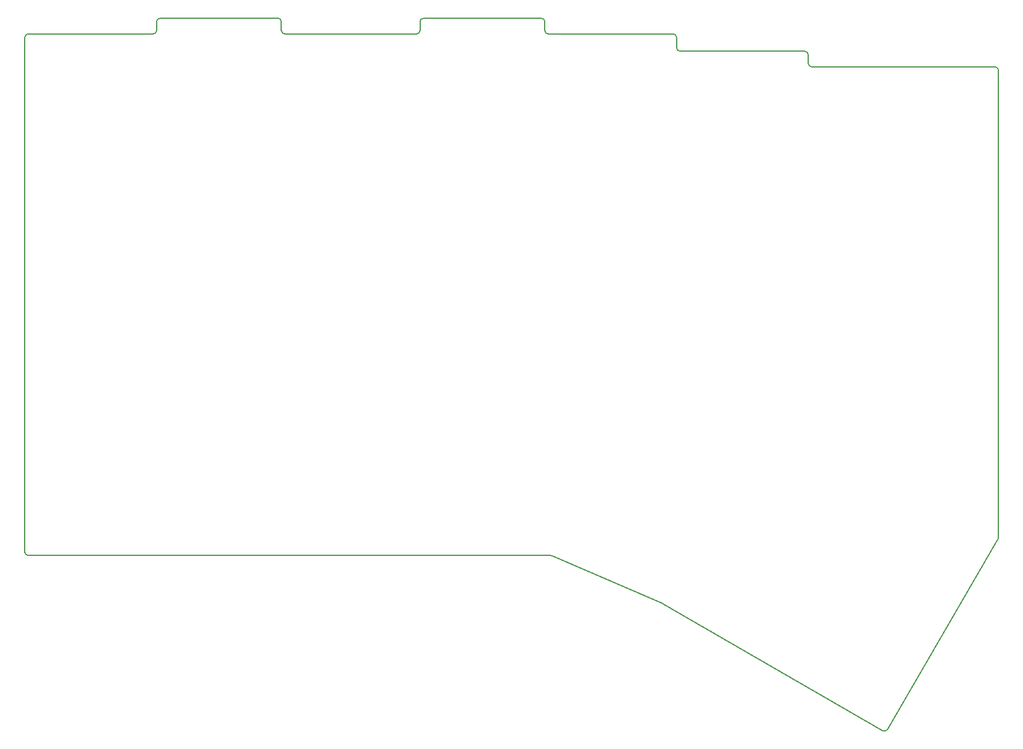
<source format=gbr>
%TF.GenerationSoftware,KiCad,Pcbnew,9.0.2*%
%TF.CreationDate,2025-06-21T10:35:41+08:00*%
%TF.ProjectId,eggada50_wireless_manually_routed,65676761-6461-4353-905f-776972656c65,0.2*%
%TF.SameCoordinates,Original*%
%TF.FileFunction,Profile,NP*%
%FSLAX46Y46*%
G04 Gerber Fmt 4.6, Leading zero omitted, Abs format (unit mm)*
G04 Created by KiCad (PCBNEW 9.0.2) date 2025-06-21 10:35:41*
%MOMM*%
%LPD*%
G01*
G04 APERTURE LIST*
%TA.AperFunction,Profile*%
%ADD10C,0.150000*%
%TD*%
G04 APERTURE END LIST*
D10*
X185082000Y-34490000D02*
X185082000Y-35988000D01*
X166582000Y-33990000D02*
X184582000Y-33990000D01*
X166978501Y-109240000D02*
G75*
G02*
X167176994Y-109281088I-1J-500000D01*
G01*
X110080000Y-32238000D02*
G75*
G02*
X110580000Y-31738000I500000J0D01*
G01*
X166082000Y-32238000D02*
X166082000Y-33490000D01*
X91581987Y-109240000D02*
G75*
G02*
X91082000Y-108740013I13J500000D01*
G01*
X148080000Y-33490000D02*
G75*
G02*
X147580000Y-33990000I-500000J0D01*
G01*
X183113914Y-116174286D02*
G75*
G02*
X183165423Y-116200183I-198714J-459414D01*
G01*
X185582000Y-36488000D02*
X203582222Y-36488000D01*
X91080013Y-34490013D02*
G75*
G02*
X91580013Y-33990013I499987J13D01*
G01*
X148080000Y-33490000D02*
X148080000Y-32238000D01*
X110080000Y-33490000D02*
G75*
G02*
X109580000Y-33990000I-500000J0D01*
G01*
X183165421Y-116200186D02*
X214849384Y-134492930D01*
X231013000Y-38740000D02*
G75*
G02*
X231513000Y-39240000I0J-500000D01*
G01*
X183113914Y-116174286D02*
X167176994Y-109281088D01*
X148580000Y-31738000D02*
X165582000Y-31738000D01*
X185582000Y-36488000D02*
G75*
G02*
X185082000Y-35988000I0J500000D01*
G01*
X110580000Y-31738000D02*
X127582000Y-31738000D01*
X231513000Y-39240000D02*
X231513000Y-106667025D01*
X203582222Y-36488000D02*
G75*
G02*
X204082200Y-36987778I-22J-500000D01*
G01*
X91580013Y-33990000D02*
X109580000Y-33990000D01*
X165582000Y-31738000D02*
G75*
G02*
X166082000Y-32238000I0J-500000D01*
G01*
X128582000Y-33990000D02*
X147580000Y-33990000D01*
X91081987Y-108740013D02*
X91080013Y-34490013D01*
X204082222Y-36987778D02*
X204082778Y-38240222D01*
X231446013Y-106917025D02*
X231198000Y-107346596D01*
X128082000Y-32238000D02*
X128082000Y-33490000D01*
X148080000Y-32238000D02*
G75*
G02*
X148580000Y-31738000I500000J0D01*
G01*
X91581987Y-109240000D02*
X166978501Y-109240000D01*
X166582000Y-33990000D02*
G75*
G02*
X166082000Y-33490000I0J500000D01*
G01*
X204582778Y-38740000D02*
X231013000Y-38740000D01*
X128582000Y-33990000D02*
G75*
G02*
X128082000Y-33490000I0J500000D01*
G01*
X184582000Y-33990000D02*
G75*
G02*
X185082000Y-34490000I0J-500000D01*
G01*
X231513000Y-106667025D02*
G75*
G02*
X231446025Y-106917032I-500200J25D01*
G01*
X231198000Y-107346596D02*
X215531712Y-134311099D01*
X110080000Y-33490000D02*
X110080000Y-32238000D01*
X127582000Y-31738000D02*
G75*
G02*
X128082000Y-32238000I0J-500000D01*
G01*
X215531712Y-134311099D02*
G75*
G02*
X214849398Y-134492905I-432312J251199D01*
G01*
X204582778Y-38740000D02*
G75*
G02*
X204082800Y-38240222I22J500000D01*
G01*
M02*

</source>
